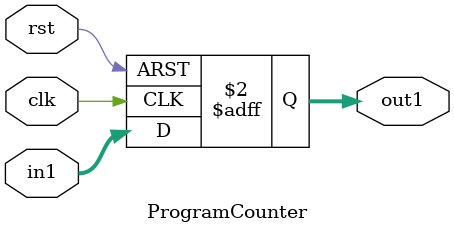
<source format=v>


module ProgramCounter(in1, clk, rst, out1);
  
  input [31:0] in1;
  input clk, rst;
  output reg [31:0] out1;
  
  // handle output and reset case
  always @ (posedge clk or posedge rst) begin
    if (rst)
      out1 <= 4096;
    else
      out1 <= in1;
  end
  
endmodule

</source>
